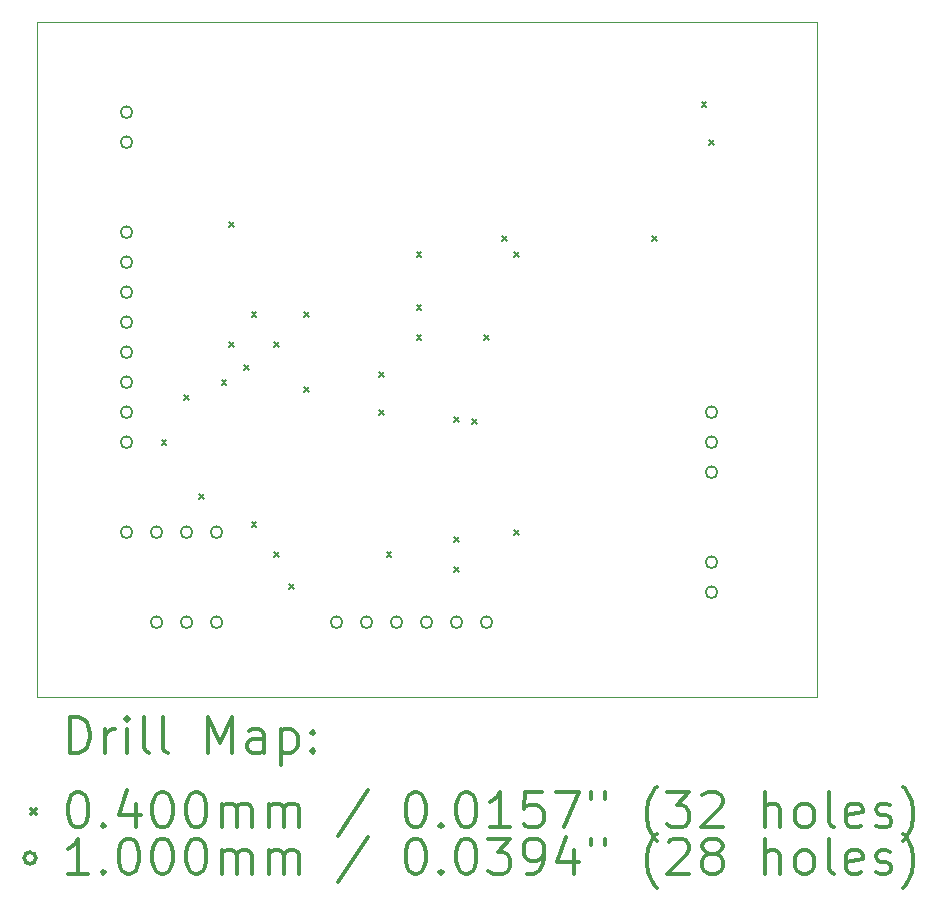
<source format=gbr>
%FSLAX45Y45*%
G04 Gerber Fmt 4.5, Leading zero omitted, Abs format (unit mm)*
G04 Created by KiCad (PCBNEW (5.1.10)-1) date 2022-04-16 18:43:20*
%MOMM*%
%LPD*%
G01*
G04 APERTURE LIST*
%TA.AperFunction,Profile*%
%ADD10C,0.100000*%
%TD*%
%ADD11C,0.200000*%
%ADD12C,0.300000*%
G04 APERTURE END LIST*
D10*
X14351000Y-7874000D02*
X14351000Y-13589000D01*
X7747000Y-7874000D02*
X14351000Y-7874000D01*
X7747000Y-13589000D02*
X7747000Y-7874000D01*
X14351000Y-13589000D02*
X7747000Y-13589000D01*
D11*
X8806500Y-11410000D02*
X8846500Y-11450000D01*
X8846500Y-11410000D02*
X8806500Y-11450000D01*
X8997000Y-11029000D02*
X9037000Y-11069000D01*
X9037000Y-11029000D02*
X8997000Y-11069000D01*
X9124000Y-11867200D02*
X9164000Y-11907200D01*
X9164000Y-11867200D02*
X9124000Y-11907200D01*
X9314500Y-10902000D02*
X9354500Y-10942000D01*
X9354500Y-10902000D02*
X9314500Y-10942000D01*
X9378000Y-9568500D02*
X9418000Y-9608500D01*
X9418000Y-9568500D02*
X9378000Y-9608500D01*
X9378000Y-10584500D02*
X9418000Y-10624500D01*
X9418000Y-10584500D02*
X9378000Y-10624500D01*
X9505000Y-10775000D02*
X9545000Y-10815000D01*
X9545000Y-10775000D02*
X9505000Y-10815000D01*
X9568500Y-10330500D02*
X9608500Y-10370500D01*
X9608500Y-10330500D02*
X9568500Y-10370500D01*
X9568500Y-12108500D02*
X9608500Y-12148500D01*
X9608500Y-12108500D02*
X9568500Y-12148500D01*
X9759000Y-10584500D02*
X9799000Y-10624500D01*
X9799000Y-10584500D02*
X9759000Y-10624500D01*
X9759000Y-12362500D02*
X9799000Y-12402500D01*
X9799000Y-12362500D02*
X9759000Y-12402500D01*
X9886000Y-12629200D02*
X9926000Y-12669200D01*
X9926000Y-12629200D02*
X9886000Y-12669200D01*
X10013000Y-10330500D02*
X10053000Y-10370500D01*
X10053000Y-10330500D02*
X10013000Y-10370500D01*
X10013000Y-10965500D02*
X10053000Y-11005500D01*
X10053000Y-10965500D02*
X10013000Y-11005500D01*
X10648000Y-10838500D02*
X10688000Y-10878500D01*
X10688000Y-10838500D02*
X10648000Y-10878500D01*
X10648000Y-11156000D02*
X10688000Y-11196000D01*
X10688000Y-11156000D02*
X10648000Y-11196000D01*
X10711500Y-12362500D02*
X10751500Y-12402500D01*
X10751500Y-12362500D02*
X10711500Y-12402500D01*
X10965500Y-9822500D02*
X11005500Y-9862500D01*
X11005500Y-9822500D02*
X10965500Y-9862500D01*
X10965500Y-10267000D02*
X11005500Y-10307000D01*
X11005500Y-10267000D02*
X10965500Y-10307000D01*
X10965500Y-10521000D02*
X11005500Y-10561000D01*
X11005500Y-10521000D02*
X10965500Y-10561000D01*
X11283000Y-11219500D02*
X11323000Y-11259500D01*
X11323000Y-11219500D02*
X11283000Y-11259500D01*
X11283000Y-12235500D02*
X11323000Y-12275500D01*
X11323000Y-12235500D02*
X11283000Y-12275500D01*
X11283000Y-12489500D02*
X11323000Y-12529500D01*
X11323000Y-12489500D02*
X11283000Y-12529500D01*
X11435400Y-11232200D02*
X11475400Y-11272200D01*
X11475400Y-11232200D02*
X11435400Y-11272200D01*
X11537000Y-10521000D02*
X11577000Y-10561000D01*
X11577000Y-10521000D02*
X11537000Y-10561000D01*
X11689400Y-9682800D02*
X11729400Y-9722800D01*
X11729400Y-9682800D02*
X11689400Y-9722800D01*
X11791000Y-9822500D02*
X11831000Y-9862500D01*
X11831000Y-9822500D02*
X11791000Y-9862500D01*
X11791000Y-12172000D02*
X11831000Y-12212000D01*
X11831000Y-12172000D02*
X11791000Y-12212000D01*
X11791000Y-12172000D02*
X11831000Y-12212000D01*
X11831000Y-12172000D02*
X11791000Y-12212000D01*
X12959400Y-9682800D02*
X12999400Y-9722800D01*
X12999400Y-9682800D02*
X12959400Y-9722800D01*
X13378500Y-8552500D02*
X13418500Y-8592500D01*
X13418500Y-8552500D02*
X13378500Y-8592500D01*
X13442000Y-8870000D02*
X13482000Y-8910000D01*
X13482000Y-8870000D02*
X13442000Y-8910000D01*
X8559000Y-8636000D02*
G75*
G03*
X8559000Y-8636000I-50000J0D01*
G01*
X8559000Y-8890000D02*
G75*
G03*
X8559000Y-8890000I-50000J0D01*
G01*
X8559000Y-9652000D02*
G75*
G03*
X8559000Y-9652000I-50000J0D01*
G01*
X8559000Y-9906000D02*
G75*
G03*
X8559000Y-9906000I-50000J0D01*
G01*
X8559000Y-10160000D02*
G75*
G03*
X8559000Y-10160000I-50000J0D01*
G01*
X8559000Y-10414000D02*
G75*
G03*
X8559000Y-10414000I-50000J0D01*
G01*
X8559000Y-10668000D02*
G75*
G03*
X8559000Y-10668000I-50000J0D01*
G01*
X8559000Y-10922000D02*
G75*
G03*
X8559000Y-10922000I-50000J0D01*
G01*
X8559000Y-11176000D02*
G75*
G03*
X8559000Y-11176000I-50000J0D01*
G01*
X8559000Y-11430000D02*
G75*
G03*
X8559000Y-11430000I-50000J0D01*
G01*
X8559000Y-12192000D02*
G75*
G03*
X8559000Y-12192000I-50000J0D01*
G01*
X8813000Y-12192000D02*
G75*
G03*
X8813000Y-12192000I-50000J0D01*
G01*
X8814000Y-12954000D02*
G75*
G03*
X8814000Y-12954000I-50000J0D01*
G01*
X9067000Y-12192000D02*
G75*
G03*
X9067000Y-12192000I-50000J0D01*
G01*
X9068000Y-12954000D02*
G75*
G03*
X9068000Y-12954000I-50000J0D01*
G01*
X9321000Y-12192000D02*
G75*
G03*
X9321000Y-12192000I-50000J0D01*
G01*
X9322000Y-12954000D02*
G75*
G03*
X9322000Y-12954000I-50000J0D01*
G01*
X10337000Y-12954000D02*
G75*
G03*
X10337000Y-12954000I-50000J0D01*
G01*
X10591000Y-12954000D02*
G75*
G03*
X10591000Y-12954000I-50000J0D01*
G01*
X10845000Y-12954000D02*
G75*
G03*
X10845000Y-12954000I-50000J0D01*
G01*
X11099000Y-12954000D02*
G75*
G03*
X11099000Y-12954000I-50000J0D01*
G01*
X11353000Y-12954000D02*
G75*
G03*
X11353000Y-12954000I-50000J0D01*
G01*
X11607000Y-12954000D02*
G75*
G03*
X11607000Y-12954000I-50000J0D01*
G01*
X13512000Y-11176000D02*
G75*
G03*
X13512000Y-11176000I-50000J0D01*
G01*
X13512000Y-11430000D02*
G75*
G03*
X13512000Y-11430000I-50000J0D01*
G01*
X13512000Y-11684000D02*
G75*
G03*
X13512000Y-11684000I-50000J0D01*
G01*
X13512000Y-12446000D02*
G75*
G03*
X13512000Y-12446000I-50000J0D01*
G01*
X13512000Y-12700000D02*
G75*
G03*
X13512000Y-12700000I-50000J0D01*
G01*
D12*
X8028428Y-14059714D02*
X8028428Y-13759714D01*
X8099857Y-13759714D01*
X8142714Y-13774000D01*
X8171286Y-13802571D01*
X8185571Y-13831143D01*
X8199857Y-13888286D01*
X8199857Y-13931143D01*
X8185571Y-13988286D01*
X8171286Y-14016857D01*
X8142714Y-14045429D01*
X8099857Y-14059714D01*
X8028428Y-14059714D01*
X8328428Y-14059714D02*
X8328428Y-13859714D01*
X8328428Y-13916857D02*
X8342714Y-13888286D01*
X8357000Y-13874000D01*
X8385571Y-13859714D01*
X8414143Y-13859714D01*
X8514143Y-14059714D02*
X8514143Y-13859714D01*
X8514143Y-13759714D02*
X8499857Y-13774000D01*
X8514143Y-13788286D01*
X8528428Y-13774000D01*
X8514143Y-13759714D01*
X8514143Y-13788286D01*
X8699857Y-14059714D02*
X8671286Y-14045429D01*
X8657000Y-14016857D01*
X8657000Y-13759714D01*
X8857000Y-14059714D02*
X8828428Y-14045429D01*
X8814143Y-14016857D01*
X8814143Y-13759714D01*
X9199857Y-14059714D02*
X9199857Y-13759714D01*
X9299857Y-13974000D01*
X9399857Y-13759714D01*
X9399857Y-14059714D01*
X9671286Y-14059714D02*
X9671286Y-13902571D01*
X9657000Y-13874000D01*
X9628428Y-13859714D01*
X9571286Y-13859714D01*
X9542714Y-13874000D01*
X9671286Y-14045429D02*
X9642714Y-14059714D01*
X9571286Y-14059714D01*
X9542714Y-14045429D01*
X9528428Y-14016857D01*
X9528428Y-13988286D01*
X9542714Y-13959714D01*
X9571286Y-13945429D01*
X9642714Y-13945429D01*
X9671286Y-13931143D01*
X9814143Y-13859714D02*
X9814143Y-14159714D01*
X9814143Y-13874000D02*
X9842714Y-13859714D01*
X9899857Y-13859714D01*
X9928428Y-13874000D01*
X9942714Y-13888286D01*
X9957000Y-13916857D01*
X9957000Y-14002571D01*
X9942714Y-14031143D01*
X9928428Y-14045429D01*
X9899857Y-14059714D01*
X9842714Y-14059714D01*
X9814143Y-14045429D01*
X10085571Y-14031143D02*
X10099857Y-14045429D01*
X10085571Y-14059714D01*
X10071286Y-14045429D01*
X10085571Y-14031143D01*
X10085571Y-14059714D01*
X10085571Y-13874000D02*
X10099857Y-13888286D01*
X10085571Y-13902571D01*
X10071286Y-13888286D01*
X10085571Y-13874000D01*
X10085571Y-13902571D01*
X7702000Y-14534000D02*
X7742000Y-14574000D01*
X7742000Y-14534000D02*
X7702000Y-14574000D01*
X8085571Y-14389714D02*
X8114143Y-14389714D01*
X8142714Y-14404000D01*
X8157000Y-14418286D01*
X8171286Y-14446857D01*
X8185571Y-14504000D01*
X8185571Y-14575429D01*
X8171286Y-14632571D01*
X8157000Y-14661143D01*
X8142714Y-14675429D01*
X8114143Y-14689714D01*
X8085571Y-14689714D01*
X8057000Y-14675429D01*
X8042714Y-14661143D01*
X8028428Y-14632571D01*
X8014143Y-14575429D01*
X8014143Y-14504000D01*
X8028428Y-14446857D01*
X8042714Y-14418286D01*
X8057000Y-14404000D01*
X8085571Y-14389714D01*
X8314143Y-14661143D02*
X8328428Y-14675429D01*
X8314143Y-14689714D01*
X8299857Y-14675429D01*
X8314143Y-14661143D01*
X8314143Y-14689714D01*
X8585571Y-14489714D02*
X8585571Y-14689714D01*
X8514143Y-14375429D02*
X8442714Y-14589714D01*
X8628428Y-14589714D01*
X8799857Y-14389714D02*
X8828428Y-14389714D01*
X8857000Y-14404000D01*
X8871286Y-14418286D01*
X8885571Y-14446857D01*
X8899857Y-14504000D01*
X8899857Y-14575429D01*
X8885571Y-14632571D01*
X8871286Y-14661143D01*
X8857000Y-14675429D01*
X8828428Y-14689714D01*
X8799857Y-14689714D01*
X8771286Y-14675429D01*
X8757000Y-14661143D01*
X8742714Y-14632571D01*
X8728428Y-14575429D01*
X8728428Y-14504000D01*
X8742714Y-14446857D01*
X8757000Y-14418286D01*
X8771286Y-14404000D01*
X8799857Y-14389714D01*
X9085571Y-14389714D02*
X9114143Y-14389714D01*
X9142714Y-14404000D01*
X9157000Y-14418286D01*
X9171286Y-14446857D01*
X9185571Y-14504000D01*
X9185571Y-14575429D01*
X9171286Y-14632571D01*
X9157000Y-14661143D01*
X9142714Y-14675429D01*
X9114143Y-14689714D01*
X9085571Y-14689714D01*
X9057000Y-14675429D01*
X9042714Y-14661143D01*
X9028428Y-14632571D01*
X9014143Y-14575429D01*
X9014143Y-14504000D01*
X9028428Y-14446857D01*
X9042714Y-14418286D01*
X9057000Y-14404000D01*
X9085571Y-14389714D01*
X9314143Y-14689714D02*
X9314143Y-14489714D01*
X9314143Y-14518286D02*
X9328428Y-14504000D01*
X9357000Y-14489714D01*
X9399857Y-14489714D01*
X9428428Y-14504000D01*
X9442714Y-14532571D01*
X9442714Y-14689714D01*
X9442714Y-14532571D02*
X9457000Y-14504000D01*
X9485571Y-14489714D01*
X9528428Y-14489714D01*
X9557000Y-14504000D01*
X9571286Y-14532571D01*
X9571286Y-14689714D01*
X9714143Y-14689714D02*
X9714143Y-14489714D01*
X9714143Y-14518286D02*
X9728428Y-14504000D01*
X9757000Y-14489714D01*
X9799857Y-14489714D01*
X9828428Y-14504000D01*
X9842714Y-14532571D01*
X9842714Y-14689714D01*
X9842714Y-14532571D02*
X9857000Y-14504000D01*
X9885571Y-14489714D01*
X9928428Y-14489714D01*
X9957000Y-14504000D01*
X9971286Y-14532571D01*
X9971286Y-14689714D01*
X10557000Y-14375429D02*
X10299857Y-14761143D01*
X10942714Y-14389714D02*
X10971286Y-14389714D01*
X10999857Y-14404000D01*
X11014143Y-14418286D01*
X11028428Y-14446857D01*
X11042714Y-14504000D01*
X11042714Y-14575429D01*
X11028428Y-14632571D01*
X11014143Y-14661143D01*
X10999857Y-14675429D01*
X10971286Y-14689714D01*
X10942714Y-14689714D01*
X10914143Y-14675429D01*
X10899857Y-14661143D01*
X10885571Y-14632571D01*
X10871286Y-14575429D01*
X10871286Y-14504000D01*
X10885571Y-14446857D01*
X10899857Y-14418286D01*
X10914143Y-14404000D01*
X10942714Y-14389714D01*
X11171286Y-14661143D02*
X11185571Y-14675429D01*
X11171286Y-14689714D01*
X11157000Y-14675429D01*
X11171286Y-14661143D01*
X11171286Y-14689714D01*
X11371286Y-14389714D02*
X11399857Y-14389714D01*
X11428428Y-14404000D01*
X11442714Y-14418286D01*
X11457000Y-14446857D01*
X11471286Y-14504000D01*
X11471286Y-14575429D01*
X11457000Y-14632571D01*
X11442714Y-14661143D01*
X11428428Y-14675429D01*
X11399857Y-14689714D01*
X11371286Y-14689714D01*
X11342714Y-14675429D01*
X11328428Y-14661143D01*
X11314143Y-14632571D01*
X11299857Y-14575429D01*
X11299857Y-14504000D01*
X11314143Y-14446857D01*
X11328428Y-14418286D01*
X11342714Y-14404000D01*
X11371286Y-14389714D01*
X11757000Y-14689714D02*
X11585571Y-14689714D01*
X11671286Y-14689714D02*
X11671286Y-14389714D01*
X11642714Y-14432571D01*
X11614143Y-14461143D01*
X11585571Y-14475429D01*
X12028428Y-14389714D02*
X11885571Y-14389714D01*
X11871286Y-14532571D01*
X11885571Y-14518286D01*
X11914143Y-14504000D01*
X11985571Y-14504000D01*
X12014143Y-14518286D01*
X12028428Y-14532571D01*
X12042714Y-14561143D01*
X12042714Y-14632571D01*
X12028428Y-14661143D01*
X12014143Y-14675429D01*
X11985571Y-14689714D01*
X11914143Y-14689714D01*
X11885571Y-14675429D01*
X11871286Y-14661143D01*
X12142714Y-14389714D02*
X12342714Y-14389714D01*
X12214143Y-14689714D01*
X12442714Y-14389714D02*
X12442714Y-14446857D01*
X12557000Y-14389714D02*
X12557000Y-14446857D01*
X12999857Y-14804000D02*
X12985571Y-14789714D01*
X12957000Y-14746857D01*
X12942714Y-14718286D01*
X12928428Y-14675429D01*
X12914143Y-14604000D01*
X12914143Y-14546857D01*
X12928428Y-14475429D01*
X12942714Y-14432571D01*
X12957000Y-14404000D01*
X12985571Y-14361143D01*
X12999857Y-14346857D01*
X13085571Y-14389714D02*
X13271286Y-14389714D01*
X13171286Y-14504000D01*
X13214143Y-14504000D01*
X13242714Y-14518286D01*
X13257000Y-14532571D01*
X13271286Y-14561143D01*
X13271286Y-14632571D01*
X13257000Y-14661143D01*
X13242714Y-14675429D01*
X13214143Y-14689714D01*
X13128428Y-14689714D01*
X13099857Y-14675429D01*
X13085571Y-14661143D01*
X13385571Y-14418286D02*
X13399857Y-14404000D01*
X13428428Y-14389714D01*
X13499857Y-14389714D01*
X13528428Y-14404000D01*
X13542714Y-14418286D01*
X13557000Y-14446857D01*
X13557000Y-14475429D01*
X13542714Y-14518286D01*
X13371286Y-14689714D01*
X13557000Y-14689714D01*
X13914143Y-14689714D02*
X13914143Y-14389714D01*
X14042714Y-14689714D02*
X14042714Y-14532571D01*
X14028428Y-14504000D01*
X13999857Y-14489714D01*
X13957000Y-14489714D01*
X13928428Y-14504000D01*
X13914143Y-14518286D01*
X14228428Y-14689714D02*
X14199857Y-14675429D01*
X14185571Y-14661143D01*
X14171286Y-14632571D01*
X14171286Y-14546857D01*
X14185571Y-14518286D01*
X14199857Y-14504000D01*
X14228428Y-14489714D01*
X14271286Y-14489714D01*
X14299857Y-14504000D01*
X14314143Y-14518286D01*
X14328428Y-14546857D01*
X14328428Y-14632571D01*
X14314143Y-14661143D01*
X14299857Y-14675429D01*
X14271286Y-14689714D01*
X14228428Y-14689714D01*
X14499857Y-14689714D02*
X14471286Y-14675429D01*
X14457000Y-14646857D01*
X14457000Y-14389714D01*
X14728428Y-14675429D02*
X14699857Y-14689714D01*
X14642714Y-14689714D01*
X14614143Y-14675429D01*
X14599857Y-14646857D01*
X14599857Y-14532571D01*
X14614143Y-14504000D01*
X14642714Y-14489714D01*
X14699857Y-14489714D01*
X14728428Y-14504000D01*
X14742714Y-14532571D01*
X14742714Y-14561143D01*
X14599857Y-14589714D01*
X14857000Y-14675429D02*
X14885571Y-14689714D01*
X14942714Y-14689714D01*
X14971286Y-14675429D01*
X14985571Y-14646857D01*
X14985571Y-14632571D01*
X14971286Y-14604000D01*
X14942714Y-14589714D01*
X14899857Y-14589714D01*
X14871286Y-14575429D01*
X14857000Y-14546857D01*
X14857000Y-14532571D01*
X14871286Y-14504000D01*
X14899857Y-14489714D01*
X14942714Y-14489714D01*
X14971286Y-14504000D01*
X15085571Y-14804000D02*
X15099857Y-14789714D01*
X15128428Y-14746857D01*
X15142714Y-14718286D01*
X15157000Y-14675429D01*
X15171286Y-14604000D01*
X15171286Y-14546857D01*
X15157000Y-14475429D01*
X15142714Y-14432571D01*
X15128428Y-14404000D01*
X15099857Y-14361143D01*
X15085571Y-14346857D01*
X7742000Y-14950000D02*
G75*
G03*
X7742000Y-14950000I-50000J0D01*
G01*
X8185571Y-15085714D02*
X8014143Y-15085714D01*
X8099857Y-15085714D02*
X8099857Y-14785714D01*
X8071286Y-14828571D01*
X8042714Y-14857143D01*
X8014143Y-14871429D01*
X8314143Y-15057143D02*
X8328428Y-15071429D01*
X8314143Y-15085714D01*
X8299857Y-15071429D01*
X8314143Y-15057143D01*
X8314143Y-15085714D01*
X8514143Y-14785714D02*
X8542714Y-14785714D01*
X8571286Y-14800000D01*
X8585571Y-14814286D01*
X8599857Y-14842857D01*
X8614143Y-14900000D01*
X8614143Y-14971429D01*
X8599857Y-15028571D01*
X8585571Y-15057143D01*
X8571286Y-15071429D01*
X8542714Y-15085714D01*
X8514143Y-15085714D01*
X8485571Y-15071429D01*
X8471286Y-15057143D01*
X8457000Y-15028571D01*
X8442714Y-14971429D01*
X8442714Y-14900000D01*
X8457000Y-14842857D01*
X8471286Y-14814286D01*
X8485571Y-14800000D01*
X8514143Y-14785714D01*
X8799857Y-14785714D02*
X8828428Y-14785714D01*
X8857000Y-14800000D01*
X8871286Y-14814286D01*
X8885571Y-14842857D01*
X8899857Y-14900000D01*
X8899857Y-14971429D01*
X8885571Y-15028571D01*
X8871286Y-15057143D01*
X8857000Y-15071429D01*
X8828428Y-15085714D01*
X8799857Y-15085714D01*
X8771286Y-15071429D01*
X8757000Y-15057143D01*
X8742714Y-15028571D01*
X8728428Y-14971429D01*
X8728428Y-14900000D01*
X8742714Y-14842857D01*
X8757000Y-14814286D01*
X8771286Y-14800000D01*
X8799857Y-14785714D01*
X9085571Y-14785714D02*
X9114143Y-14785714D01*
X9142714Y-14800000D01*
X9157000Y-14814286D01*
X9171286Y-14842857D01*
X9185571Y-14900000D01*
X9185571Y-14971429D01*
X9171286Y-15028571D01*
X9157000Y-15057143D01*
X9142714Y-15071429D01*
X9114143Y-15085714D01*
X9085571Y-15085714D01*
X9057000Y-15071429D01*
X9042714Y-15057143D01*
X9028428Y-15028571D01*
X9014143Y-14971429D01*
X9014143Y-14900000D01*
X9028428Y-14842857D01*
X9042714Y-14814286D01*
X9057000Y-14800000D01*
X9085571Y-14785714D01*
X9314143Y-15085714D02*
X9314143Y-14885714D01*
X9314143Y-14914286D02*
X9328428Y-14900000D01*
X9357000Y-14885714D01*
X9399857Y-14885714D01*
X9428428Y-14900000D01*
X9442714Y-14928571D01*
X9442714Y-15085714D01*
X9442714Y-14928571D02*
X9457000Y-14900000D01*
X9485571Y-14885714D01*
X9528428Y-14885714D01*
X9557000Y-14900000D01*
X9571286Y-14928571D01*
X9571286Y-15085714D01*
X9714143Y-15085714D02*
X9714143Y-14885714D01*
X9714143Y-14914286D02*
X9728428Y-14900000D01*
X9757000Y-14885714D01*
X9799857Y-14885714D01*
X9828428Y-14900000D01*
X9842714Y-14928571D01*
X9842714Y-15085714D01*
X9842714Y-14928571D02*
X9857000Y-14900000D01*
X9885571Y-14885714D01*
X9928428Y-14885714D01*
X9957000Y-14900000D01*
X9971286Y-14928571D01*
X9971286Y-15085714D01*
X10557000Y-14771429D02*
X10299857Y-15157143D01*
X10942714Y-14785714D02*
X10971286Y-14785714D01*
X10999857Y-14800000D01*
X11014143Y-14814286D01*
X11028428Y-14842857D01*
X11042714Y-14900000D01*
X11042714Y-14971429D01*
X11028428Y-15028571D01*
X11014143Y-15057143D01*
X10999857Y-15071429D01*
X10971286Y-15085714D01*
X10942714Y-15085714D01*
X10914143Y-15071429D01*
X10899857Y-15057143D01*
X10885571Y-15028571D01*
X10871286Y-14971429D01*
X10871286Y-14900000D01*
X10885571Y-14842857D01*
X10899857Y-14814286D01*
X10914143Y-14800000D01*
X10942714Y-14785714D01*
X11171286Y-15057143D02*
X11185571Y-15071429D01*
X11171286Y-15085714D01*
X11157000Y-15071429D01*
X11171286Y-15057143D01*
X11171286Y-15085714D01*
X11371286Y-14785714D02*
X11399857Y-14785714D01*
X11428428Y-14800000D01*
X11442714Y-14814286D01*
X11457000Y-14842857D01*
X11471286Y-14900000D01*
X11471286Y-14971429D01*
X11457000Y-15028571D01*
X11442714Y-15057143D01*
X11428428Y-15071429D01*
X11399857Y-15085714D01*
X11371286Y-15085714D01*
X11342714Y-15071429D01*
X11328428Y-15057143D01*
X11314143Y-15028571D01*
X11299857Y-14971429D01*
X11299857Y-14900000D01*
X11314143Y-14842857D01*
X11328428Y-14814286D01*
X11342714Y-14800000D01*
X11371286Y-14785714D01*
X11571286Y-14785714D02*
X11757000Y-14785714D01*
X11657000Y-14900000D01*
X11699857Y-14900000D01*
X11728428Y-14914286D01*
X11742714Y-14928571D01*
X11757000Y-14957143D01*
X11757000Y-15028571D01*
X11742714Y-15057143D01*
X11728428Y-15071429D01*
X11699857Y-15085714D01*
X11614143Y-15085714D01*
X11585571Y-15071429D01*
X11571286Y-15057143D01*
X11899857Y-15085714D02*
X11957000Y-15085714D01*
X11985571Y-15071429D01*
X11999857Y-15057143D01*
X12028428Y-15014286D01*
X12042714Y-14957143D01*
X12042714Y-14842857D01*
X12028428Y-14814286D01*
X12014143Y-14800000D01*
X11985571Y-14785714D01*
X11928428Y-14785714D01*
X11899857Y-14800000D01*
X11885571Y-14814286D01*
X11871286Y-14842857D01*
X11871286Y-14914286D01*
X11885571Y-14942857D01*
X11899857Y-14957143D01*
X11928428Y-14971429D01*
X11985571Y-14971429D01*
X12014143Y-14957143D01*
X12028428Y-14942857D01*
X12042714Y-14914286D01*
X12299857Y-14885714D02*
X12299857Y-15085714D01*
X12228428Y-14771429D02*
X12157000Y-14985714D01*
X12342714Y-14985714D01*
X12442714Y-14785714D02*
X12442714Y-14842857D01*
X12557000Y-14785714D02*
X12557000Y-14842857D01*
X12999857Y-15200000D02*
X12985571Y-15185714D01*
X12957000Y-15142857D01*
X12942714Y-15114286D01*
X12928428Y-15071429D01*
X12914143Y-15000000D01*
X12914143Y-14942857D01*
X12928428Y-14871429D01*
X12942714Y-14828571D01*
X12957000Y-14800000D01*
X12985571Y-14757143D01*
X12999857Y-14742857D01*
X13099857Y-14814286D02*
X13114143Y-14800000D01*
X13142714Y-14785714D01*
X13214143Y-14785714D01*
X13242714Y-14800000D01*
X13257000Y-14814286D01*
X13271286Y-14842857D01*
X13271286Y-14871429D01*
X13257000Y-14914286D01*
X13085571Y-15085714D01*
X13271286Y-15085714D01*
X13442714Y-14914286D02*
X13414143Y-14900000D01*
X13399857Y-14885714D01*
X13385571Y-14857143D01*
X13385571Y-14842857D01*
X13399857Y-14814286D01*
X13414143Y-14800000D01*
X13442714Y-14785714D01*
X13499857Y-14785714D01*
X13528428Y-14800000D01*
X13542714Y-14814286D01*
X13557000Y-14842857D01*
X13557000Y-14857143D01*
X13542714Y-14885714D01*
X13528428Y-14900000D01*
X13499857Y-14914286D01*
X13442714Y-14914286D01*
X13414143Y-14928571D01*
X13399857Y-14942857D01*
X13385571Y-14971429D01*
X13385571Y-15028571D01*
X13399857Y-15057143D01*
X13414143Y-15071429D01*
X13442714Y-15085714D01*
X13499857Y-15085714D01*
X13528428Y-15071429D01*
X13542714Y-15057143D01*
X13557000Y-15028571D01*
X13557000Y-14971429D01*
X13542714Y-14942857D01*
X13528428Y-14928571D01*
X13499857Y-14914286D01*
X13914143Y-15085714D02*
X13914143Y-14785714D01*
X14042714Y-15085714D02*
X14042714Y-14928571D01*
X14028428Y-14900000D01*
X13999857Y-14885714D01*
X13957000Y-14885714D01*
X13928428Y-14900000D01*
X13914143Y-14914286D01*
X14228428Y-15085714D02*
X14199857Y-15071429D01*
X14185571Y-15057143D01*
X14171286Y-15028571D01*
X14171286Y-14942857D01*
X14185571Y-14914286D01*
X14199857Y-14900000D01*
X14228428Y-14885714D01*
X14271286Y-14885714D01*
X14299857Y-14900000D01*
X14314143Y-14914286D01*
X14328428Y-14942857D01*
X14328428Y-15028571D01*
X14314143Y-15057143D01*
X14299857Y-15071429D01*
X14271286Y-15085714D01*
X14228428Y-15085714D01*
X14499857Y-15085714D02*
X14471286Y-15071429D01*
X14457000Y-15042857D01*
X14457000Y-14785714D01*
X14728428Y-15071429D02*
X14699857Y-15085714D01*
X14642714Y-15085714D01*
X14614143Y-15071429D01*
X14599857Y-15042857D01*
X14599857Y-14928571D01*
X14614143Y-14900000D01*
X14642714Y-14885714D01*
X14699857Y-14885714D01*
X14728428Y-14900000D01*
X14742714Y-14928571D01*
X14742714Y-14957143D01*
X14599857Y-14985714D01*
X14857000Y-15071429D02*
X14885571Y-15085714D01*
X14942714Y-15085714D01*
X14971286Y-15071429D01*
X14985571Y-15042857D01*
X14985571Y-15028571D01*
X14971286Y-15000000D01*
X14942714Y-14985714D01*
X14899857Y-14985714D01*
X14871286Y-14971429D01*
X14857000Y-14942857D01*
X14857000Y-14928571D01*
X14871286Y-14900000D01*
X14899857Y-14885714D01*
X14942714Y-14885714D01*
X14971286Y-14900000D01*
X15085571Y-15200000D02*
X15099857Y-15185714D01*
X15128428Y-15142857D01*
X15142714Y-15114286D01*
X15157000Y-15071429D01*
X15171286Y-15000000D01*
X15171286Y-14942857D01*
X15157000Y-14871429D01*
X15142714Y-14828571D01*
X15128428Y-14800000D01*
X15099857Y-14757143D01*
X15085571Y-14742857D01*
M02*

</source>
